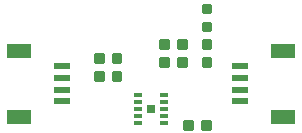
<source format=gbr>
G04 EAGLE Gerber RS-274X export*
G75*
%MOMM*%
%FSLAX34Y34*%
%LPD*%
%AMOC8*
5,1,8,0,0,1.08239X$1,22.5*%
G01*
%ADD10C,0.222250*%
%ADD11R,1.350000X0.600000*%
%ADD12R,2.000000X1.200000*%
%ADD13R,0.717925X0.700000*%
%ADD14R,0.700000X0.400000*%


D10*
X169894Y68678D02*
X176562Y68678D01*
X176562Y62010D01*
X169894Y62010D01*
X169894Y68678D01*
X169894Y64122D02*
X176562Y64122D01*
X176562Y66234D02*
X169894Y66234D01*
X169894Y68346D02*
X176562Y68346D01*
X161322Y68678D02*
X154654Y68678D01*
X161322Y68678D02*
X161322Y62010D01*
X154654Y62010D01*
X154654Y68678D01*
X154654Y64122D02*
X161322Y64122D01*
X161322Y66234D02*
X154654Y66234D01*
X154654Y68346D02*
X161322Y68346D01*
D11*
X52000Y115000D03*
X52000Y105000D03*
X52000Y95000D03*
X52000Y85000D03*
D12*
X15250Y72000D03*
X15250Y128000D03*
D11*
X202000Y85000D03*
X202000Y95000D03*
X202000Y105000D03*
X202000Y115000D03*
D12*
X238750Y128000D03*
X238750Y72000D03*
D10*
X141002Y115096D02*
X141002Y121764D01*
X141002Y115096D02*
X134334Y115096D01*
X134334Y121764D01*
X141002Y121764D01*
X141002Y117208D02*
X134334Y117208D01*
X134334Y119320D02*
X141002Y119320D01*
X141002Y121432D02*
X134334Y121432D01*
X141002Y130336D02*
X141002Y137004D01*
X141002Y130336D02*
X134334Y130336D01*
X134334Y137004D01*
X141002Y137004D01*
X141002Y132448D02*
X134334Y132448D01*
X134334Y134560D02*
X141002Y134560D01*
X141002Y136672D02*
X134334Y136672D01*
X156242Y121764D02*
X156242Y115096D01*
X149574Y115096D01*
X149574Y121764D01*
X156242Y121764D01*
X156242Y117208D02*
X149574Y117208D01*
X149574Y119320D02*
X156242Y119320D01*
X156242Y121432D02*
X149574Y121432D01*
X156242Y130336D02*
X156242Y137004D01*
X156242Y130336D02*
X149574Y130336D01*
X149574Y137004D01*
X156242Y137004D01*
X156242Y132448D02*
X149574Y132448D01*
X149574Y134560D02*
X156242Y134560D01*
X156242Y136672D02*
X149574Y136672D01*
X86138Y109826D02*
X86138Y103158D01*
X79470Y103158D01*
X79470Y109826D01*
X86138Y109826D01*
X86138Y105270D02*
X79470Y105270D01*
X79470Y107382D02*
X86138Y107382D01*
X86138Y109494D02*
X79470Y109494D01*
X86138Y118398D02*
X86138Y125066D01*
X86138Y118398D02*
X79470Y118398D01*
X79470Y125066D01*
X86138Y125066D01*
X86138Y120510D02*
X79470Y120510D01*
X79470Y122622D02*
X86138Y122622D01*
X86138Y124734D02*
X79470Y124734D01*
X177324Y145002D02*
X177324Y151670D01*
X177324Y145002D02*
X170656Y145002D01*
X170656Y151670D01*
X177324Y151670D01*
X177324Y147114D02*
X170656Y147114D01*
X170656Y149226D02*
X177324Y149226D01*
X177324Y151338D02*
X170656Y151338D01*
X177324Y160242D02*
X177324Y166910D01*
X177324Y160242D02*
X170656Y160242D01*
X170656Y166910D01*
X177324Y166910D01*
X177324Y162354D02*
X170656Y162354D01*
X170656Y164466D02*
X177324Y164466D01*
X177324Y166578D02*
X170656Y166578D01*
X170656Y137004D02*
X170656Y130336D01*
X170656Y137004D02*
X177324Y137004D01*
X177324Y130336D01*
X170656Y130336D01*
X170656Y132448D02*
X177324Y132448D01*
X177324Y134560D02*
X170656Y134560D01*
X170656Y136672D02*
X177324Y136672D01*
X170656Y121764D02*
X170656Y115096D01*
X170656Y121764D02*
X177324Y121764D01*
X177324Y115096D01*
X170656Y115096D01*
X170656Y117208D02*
X177324Y117208D01*
X177324Y119320D02*
X170656Y119320D01*
X170656Y121432D02*
X177324Y121432D01*
X94456Y118398D02*
X94456Y125066D01*
X101124Y125066D01*
X101124Y118398D01*
X94456Y118398D01*
X94456Y120510D02*
X101124Y120510D01*
X101124Y122622D02*
X94456Y122622D01*
X94456Y124734D02*
X101124Y124734D01*
X94456Y109826D02*
X94456Y103158D01*
X94456Y109826D02*
X101124Y109826D01*
X101124Y103158D01*
X94456Y103158D01*
X94456Y105270D02*
X101124Y105270D01*
X101124Y107382D02*
X94456Y107382D01*
X94456Y109494D02*
X101124Y109494D01*
D13*
X127000Y78900D03*
D14*
X116000Y90400D03*
X116000Y84400D03*
X116000Y78400D03*
X116000Y72400D03*
X116000Y66400D03*
X138000Y66400D03*
X138000Y72400D03*
X138000Y78400D03*
X138000Y84400D03*
X138000Y90400D03*
M02*

</source>
